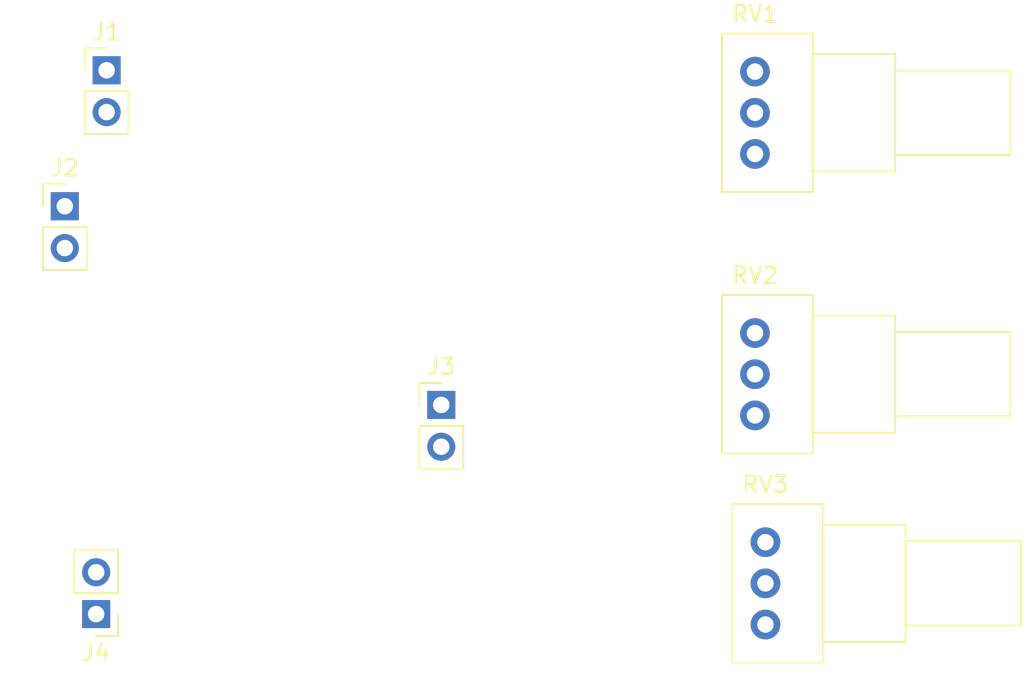
<source format=kicad_pcb>
(kicad_pcb (version 4) (host pcbnew 4.0.7)

  (general
    (links 12)
    (no_connects 12)
    (area 0 0 0 0)
    (thickness 1.6)
    (drawings 0)
    (tracks 0)
    (zones 0)
    (modules 7)
    (nets 6)
  )

  (page A4)
  (layers
    (0 F.Cu signal)
    (31 B.Cu signal)
    (32 B.Adhes user)
    (33 F.Adhes user)
    (34 B.Paste user)
    (35 F.Paste user)
    (36 B.SilkS user)
    (37 F.SilkS user)
    (38 B.Mask user)
    (39 F.Mask user)
    (40 Dwgs.User user)
    (41 Cmts.User user)
    (42 Eco1.User user)
    (43 Eco2.User user)
    (44 Edge.Cuts user)
    (45 Margin user)
    (46 B.CrtYd user)
    (47 F.CrtYd user)
    (48 B.Fab user)
    (49 F.Fab user)
  )

  (setup
    (last_trace_width 0.25)
    (trace_clearance 0.2)
    (zone_clearance 0.508)
    (zone_45_only no)
    (trace_min 0.2)
    (segment_width 0.2)
    (edge_width 0.15)
    (via_size 0.6)
    (via_drill 0.4)
    (via_min_size 0.4)
    (via_min_drill 0.3)
    (uvia_size 0.3)
    (uvia_drill 0.1)
    (uvias_allowed no)
    (uvia_min_size 0.2)
    (uvia_min_drill 0.1)
    (pcb_text_width 0.3)
    (pcb_text_size 1.5 1.5)
    (mod_edge_width 0.15)
    (mod_text_size 1 1)
    (mod_text_width 0.15)
    (pad_size 1.524 1.524)
    (pad_drill 0.762)
    (pad_to_mask_clearance 0.2)
    (aux_axis_origin 0 0)
    (visible_elements FFFFFF7F)
    (pcbplotparams
      (layerselection 0x00030_80000001)
      (usegerberextensions false)
      (excludeedgelayer true)
      (linewidth 0.100000)
      (plotframeref false)
      (viasonmask false)
      (mode 1)
      (useauxorigin false)
      (hpglpennumber 1)
      (hpglpenspeed 20)
      (hpglpendiameter 15)
      (hpglpenoverlay 2)
      (psnegative false)
      (psa4output false)
      (plotreference true)
      (plotvalue true)
      (plotinvisibletext false)
      (padsonsilk false)
      (subtractmaskfromsilk false)
      (outputformat 1)
      (mirror false)
      (drillshape 1)
      (scaleselection 1)
      (outputdirectory ""))
  )

  (net 0 "")
  (net 1 "Net-(J1-Pad1)")
  (net 2 "Net-(J2-Pad1)")
  (net 3 GND)
  (net 4 "Net-(J3-Pad1)")
  (net 5 "Net-(J4-Pad1)")

  (net_class Default "This is the default net class."
    (clearance 0.2)
    (trace_width 0.25)
    (via_dia 0.6)
    (via_drill 0.4)
    (uvia_dia 0.3)
    (uvia_drill 0.1)
    (add_net GND)
    (add_net "Net-(J1-Pad1)")
    (add_net "Net-(J2-Pad1)")
    (add_net "Net-(J3-Pad1)")
    (add_net "Net-(J4-Pad1)")
  )

  (module Pin_Headers:Pin_Header_Straight_1x02_Pitch2.54mm (layer F.Cu) (tedit 59650532) (tstamp 5B9E1BC3)
    (at 131.445 102.235)
    (descr "Through hole straight pin header, 1x02, 2.54mm pitch, single row")
    (tags "Through hole pin header THT 1x02 2.54mm single row")
    (path /5B9E1C48)
    (fp_text reference J1 (at 0 -2.33) (layer F.SilkS)
      (effects (font (size 1 1) (thickness 0.15)))
    )
    (fp_text value IN (at 0 4.87) (layer F.Fab)
      (effects (font (size 1 1) (thickness 0.15)))
    )
    (fp_line (start -0.635 -1.27) (end 1.27 -1.27) (layer F.Fab) (width 0.1))
    (fp_line (start 1.27 -1.27) (end 1.27 3.81) (layer F.Fab) (width 0.1))
    (fp_line (start 1.27 3.81) (end -1.27 3.81) (layer F.Fab) (width 0.1))
    (fp_line (start -1.27 3.81) (end -1.27 -0.635) (layer F.Fab) (width 0.1))
    (fp_line (start -1.27 -0.635) (end -0.635 -1.27) (layer F.Fab) (width 0.1))
    (fp_line (start -1.33 3.87) (end 1.33 3.87) (layer F.SilkS) (width 0.12))
    (fp_line (start -1.33 1.27) (end -1.33 3.87) (layer F.SilkS) (width 0.12))
    (fp_line (start 1.33 1.27) (end 1.33 3.87) (layer F.SilkS) (width 0.12))
    (fp_line (start -1.33 1.27) (end 1.33 1.27) (layer F.SilkS) (width 0.12))
    (fp_line (start -1.33 0) (end -1.33 -1.33) (layer F.SilkS) (width 0.12))
    (fp_line (start -1.33 -1.33) (end 0 -1.33) (layer F.SilkS) (width 0.12))
    (fp_line (start -1.8 -1.8) (end -1.8 4.35) (layer F.CrtYd) (width 0.05))
    (fp_line (start -1.8 4.35) (end 1.8 4.35) (layer F.CrtYd) (width 0.05))
    (fp_line (start 1.8 4.35) (end 1.8 -1.8) (layer F.CrtYd) (width 0.05))
    (fp_line (start 1.8 -1.8) (end -1.8 -1.8) (layer F.CrtYd) (width 0.05))
    (fp_text user %R (at 0 1.27 90) (layer F.Fab)
      (effects (font (size 1 1) (thickness 0.15)))
    )
    (pad 1 thru_hole rect (at 0 0) (size 1.7 1.7) (drill 1) (layers *.Cu *.Mask)
      (net 1 "Net-(J1-Pad1)"))
    (pad 2 thru_hole oval (at 0 2.54) (size 1.7 1.7) (drill 1) (layers *.Cu *.Mask)
      (net 3 GND))
    (model ${KISYS3DMOD}/Pin_Headers.3dshapes/Pin_Header_Straight_1x02_Pitch2.54mm.wrl
      (at (xyz 0 0 0))
      (scale (xyz 1 1 1))
      (rotate (xyz 0 0 0))
    )
  )

  (module Pin_Headers:Pin_Header_Straight_1x02_Pitch2.54mm (layer F.Cu) (tedit 59650532) (tstamp 5B9E1BC9)
    (at 128.905 110.49)
    (descr "Through hole straight pin header, 1x02, 2.54mm pitch, single row")
    (tags "Through hole pin header THT 1x02 2.54mm single row")
    (path /5B9E1C76)
    (fp_text reference J2 (at 0 -2.33) (layer F.SilkS)
      (effects (font (size 1 1) (thickness 0.15)))
    )
    (fp_text value OUT_AS_IS (at 0 4.87) (layer F.Fab)
      (effects (font (size 1 1) (thickness 0.15)))
    )
    (fp_line (start -0.635 -1.27) (end 1.27 -1.27) (layer F.Fab) (width 0.1))
    (fp_line (start 1.27 -1.27) (end 1.27 3.81) (layer F.Fab) (width 0.1))
    (fp_line (start 1.27 3.81) (end -1.27 3.81) (layer F.Fab) (width 0.1))
    (fp_line (start -1.27 3.81) (end -1.27 -0.635) (layer F.Fab) (width 0.1))
    (fp_line (start -1.27 -0.635) (end -0.635 -1.27) (layer F.Fab) (width 0.1))
    (fp_line (start -1.33 3.87) (end 1.33 3.87) (layer F.SilkS) (width 0.12))
    (fp_line (start -1.33 1.27) (end -1.33 3.87) (layer F.SilkS) (width 0.12))
    (fp_line (start 1.33 1.27) (end 1.33 3.87) (layer F.SilkS) (width 0.12))
    (fp_line (start -1.33 1.27) (end 1.33 1.27) (layer F.SilkS) (width 0.12))
    (fp_line (start -1.33 0) (end -1.33 -1.33) (layer F.SilkS) (width 0.12))
    (fp_line (start -1.33 -1.33) (end 0 -1.33) (layer F.SilkS) (width 0.12))
    (fp_line (start -1.8 -1.8) (end -1.8 4.35) (layer F.CrtYd) (width 0.05))
    (fp_line (start -1.8 4.35) (end 1.8 4.35) (layer F.CrtYd) (width 0.05))
    (fp_line (start 1.8 4.35) (end 1.8 -1.8) (layer F.CrtYd) (width 0.05))
    (fp_line (start 1.8 -1.8) (end -1.8 -1.8) (layer F.CrtYd) (width 0.05))
    (fp_text user %R (at 0 1.27 90) (layer F.Fab)
      (effects (font (size 1 1) (thickness 0.15)))
    )
    (pad 1 thru_hole rect (at 0 0) (size 1.7 1.7) (drill 1) (layers *.Cu *.Mask)
      (net 2 "Net-(J2-Pad1)"))
    (pad 2 thru_hole oval (at 0 2.54) (size 1.7 1.7) (drill 1) (layers *.Cu *.Mask)
      (net 3 GND))
    (model ${KISYS3DMOD}/Pin_Headers.3dshapes/Pin_Header_Straight_1x02_Pitch2.54mm.wrl
      (at (xyz 0 0 0))
      (scale (xyz 1 1 1))
      (rotate (xyz 0 0 0))
    )
  )

  (module Pin_Headers:Pin_Header_Straight_1x02_Pitch2.54mm (layer F.Cu) (tedit 59650532) (tstamp 5B9E1BCF)
    (at 151.765 122.555)
    (descr "Through hole straight pin header, 1x02, 2.54mm pitch, single row")
    (tags "Through hole pin header THT 1x02 2.54mm single row")
    (path /5B9E1CE2)
    (fp_text reference J3 (at 0 -2.33) (layer F.SilkS)
      (effects (font (size 1 1) (thickness 0.15)))
    )
    (fp_text value OUT_ROTATED (at 0 4.87) (layer F.Fab)
      (effects (font (size 1 1) (thickness 0.15)))
    )
    (fp_line (start -0.635 -1.27) (end 1.27 -1.27) (layer F.Fab) (width 0.1))
    (fp_line (start 1.27 -1.27) (end 1.27 3.81) (layer F.Fab) (width 0.1))
    (fp_line (start 1.27 3.81) (end -1.27 3.81) (layer F.Fab) (width 0.1))
    (fp_line (start -1.27 3.81) (end -1.27 -0.635) (layer F.Fab) (width 0.1))
    (fp_line (start -1.27 -0.635) (end -0.635 -1.27) (layer F.Fab) (width 0.1))
    (fp_line (start -1.33 3.87) (end 1.33 3.87) (layer F.SilkS) (width 0.12))
    (fp_line (start -1.33 1.27) (end -1.33 3.87) (layer F.SilkS) (width 0.12))
    (fp_line (start 1.33 1.27) (end 1.33 3.87) (layer F.SilkS) (width 0.12))
    (fp_line (start -1.33 1.27) (end 1.33 1.27) (layer F.SilkS) (width 0.12))
    (fp_line (start -1.33 0) (end -1.33 -1.33) (layer F.SilkS) (width 0.12))
    (fp_line (start -1.33 -1.33) (end 0 -1.33) (layer F.SilkS) (width 0.12))
    (fp_line (start -1.8 -1.8) (end -1.8 4.35) (layer F.CrtYd) (width 0.05))
    (fp_line (start -1.8 4.35) (end 1.8 4.35) (layer F.CrtYd) (width 0.05))
    (fp_line (start 1.8 4.35) (end 1.8 -1.8) (layer F.CrtYd) (width 0.05))
    (fp_line (start 1.8 -1.8) (end -1.8 -1.8) (layer F.CrtYd) (width 0.05))
    (fp_text user %R (at 0 1.27 90) (layer F.Fab)
      (effects (font (size 1 1) (thickness 0.15)))
    )
    (pad 1 thru_hole rect (at 0 0) (size 1.7 1.7) (drill 1) (layers *.Cu *.Mask)
      (net 4 "Net-(J3-Pad1)"))
    (pad 2 thru_hole oval (at 0 2.54) (size 1.7 1.7) (drill 1) (layers *.Cu *.Mask)
      (net 3 GND))
    (model ${KISYS3DMOD}/Pin_Headers.3dshapes/Pin_Header_Straight_1x02_Pitch2.54mm.wrl
      (at (xyz 0 0 0))
      (scale (xyz 1 1 1))
      (rotate (xyz 0 0 0))
    )
  )

  (module Pin_Headers:Pin_Header_Straight_1x02_Pitch2.54mm (layer F.Cu) (tedit 59650532) (tstamp 5B9E1BD5)
    (at 130.81 135.255 180)
    (descr "Through hole straight pin header, 1x02, 2.54mm pitch, single row")
    (tags "Through hole pin header THT 1x02 2.54mm single row")
    (path /5B9E1D08)
    (fp_text reference J4 (at 0 -2.33 180) (layer F.SilkS)
      (effects (font (size 1 1) (thickness 0.15)))
    )
    (fp_text value OUT_MIRRORED (at 0 4.87 180) (layer F.Fab)
      (effects (font (size 1 1) (thickness 0.15)))
    )
    (fp_line (start -0.635 -1.27) (end 1.27 -1.27) (layer F.Fab) (width 0.1))
    (fp_line (start 1.27 -1.27) (end 1.27 3.81) (layer F.Fab) (width 0.1))
    (fp_line (start 1.27 3.81) (end -1.27 3.81) (layer F.Fab) (width 0.1))
    (fp_line (start -1.27 3.81) (end -1.27 -0.635) (layer F.Fab) (width 0.1))
    (fp_line (start -1.27 -0.635) (end -0.635 -1.27) (layer F.Fab) (width 0.1))
    (fp_line (start -1.33 3.87) (end 1.33 3.87) (layer F.SilkS) (width 0.12))
    (fp_line (start -1.33 1.27) (end -1.33 3.87) (layer F.SilkS) (width 0.12))
    (fp_line (start 1.33 1.27) (end 1.33 3.87) (layer F.SilkS) (width 0.12))
    (fp_line (start -1.33 1.27) (end 1.33 1.27) (layer F.SilkS) (width 0.12))
    (fp_line (start -1.33 0) (end -1.33 -1.33) (layer F.SilkS) (width 0.12))
    (fp_line (start -1.33 -1.33) (end 0 -1.33) (layer F.SilkS) (width 0.12))
    (fp_line (start -1.8 -1.8) (end -1.8 4.35) (layer F.CrtYd) (width 0.05))
    (fp_line (start -1.8 4.35) (end 1.8 4.35) (layer F.CrtYd) (width 0.05))
    (fp_line (start 1.8 4.35) (end 1.8 -1.8) (layer F.CrtYd) (width 0.05))
    (fp_line (start 1.8 -1.8) (end -1.8 -1.8) (layer F.CrtYd) (width 0.05))
    (fp_text user %R (at 0 1.27 270) (layer F.Fab)
      (effects (font (size 1 1) (thickness 0.15)))
    )
    (pad 1 thru_hole rect (at 0 0 180) (size 1.7 1.7) (drill 1) (layers *.Cu *.Mask)
      (net 5 "Net-(J4-Pad1)"))
    (pad 2 thru_hole oval (at 0 2.54 180) (size 1.7 1.7) (drill 1) (layers *.Cu *.Mask)
      (net 3 GND))
    (model ${KISYS3DMOD}/Pin_Headers.3dshapes/Pin_Header_Straight_1x02_Pitch2.54mm.wrl
      (at (xyz 0 0 0))
      (scale (xyz 1 1 1))
      (rotate (xyz 0 0 0))
    )
  )

  (module Potentiometers:Potentiometer_Alps_RK09Y_Vertical (layer F.Cu) (tedit 58826B09) (tstamp 5B9E1BDC)
    (at 170.815 107.315)
    (descr "Potentiometer, vertically mounted, Omeg PC16PU, Omeg PC16PU, Omeg PC16PU, Vishay/Spectrol 248GJ/249GJ Single, Vishay/Spectrol 248GJ/249GJ Single, Vishay/Spectrol 248GJ/249GJ Single, Vishay/Spectrol 248GH/249GH Single, Vishay/Spectrol 148/149 Single, Vishay/Spectrol 148/149 Single, Vishay/Spectrol 148/149 Single, Vishay/Spectrol 148A/149A Single with mounting plates, Vishay/Spectrol 148/149 Double, Vishay/Spectrol 148A/149A Double with mounting plates, Piher PC-16 Single, Piher PC-16 Single, Piher PC-16 Single, Piher PC-16SV Single, Piher PC-16 Double, Piher PC-16 Triple, Piher T16H Single, Piher T16L Single, Piher T16H Double, Alps RK163 Single, Alps RK163 Double, Alps RK097 Single, Alps RK097 Double, Bourns PTV09A-2 Single with mounting sleve Single, Bourns PTV09A-1 with mounting sleve Single, Bourns PRS11S Single, Alps RK09K Single with mounting sleve Single, Alps RK09K with mounting sleve Single, Alps RK09L Single, Alps RK09L Single, Alps RK09L Double, Alps RK09L Double, Alps RK09Y Single, http://www.alps.com/prod/info/E/HTML/Potentiometer/RotaryPotentiometers/RK09Y11/RK09Y11L0001.html")
    (tags "Potentiometer vertical  Omeg PC16PU  Omeg PC16PU  Omeg PC16PU  Vishay/Spectrol 248GJ/249GJ Single  Vishay/Spectrol 248GJ/249GJ Single  Vishay/Spectrol 248GJ/249GJ Single  Vishay/Spectrol 248GH/249GH Single  Vishay/Spectrol 148/149 Single  Vishay/Spectrol 148/149 Single  Vishay/Spectrol 148/149 Single  Vishay/Spectrol 148A/149A Single with mounting plates  Vishay/Spectrol 148/149 Double  Vishay/Spectrol 148A/149A Double with mounting plates  Piher PC-16 Single  Piher PC-16 Single  Piher PC-16 Single  Piher PC-16SV Single  Piher PC-16 Double  Piher PC-16 Triple  Piher T16H Single  Piher T16L Single  Piher T16H Double  Alps RK163 Single  Alps RK163 Double  Alps RK097 Single  Alps RK097 Double  Bourns PTV09A-2 Single with mounting sleve Single  Bourns PTV09A-1 with mounting sleve Single  Bourns PRS11S Single  Alps RK09K Single with mounting sleve Single  Alps RK09K with mounting sleve Single  Alps RK09L Single  Alps RK09L Single  Alps RK09L Double  Alps RK09L Double  Alps RK09Y Single")
    (path /5B9E1B00)
    (fp_text reference RV1 (at 0 -8.5) (layer F.SilkS)
      (effects (font (size 1 1) (thickness 0.15)))
    )
    (fp_text value POT (at 0 3.5) (layer F.Fab)
      (effects (font (size 1 1) (thickness 0.15)))
    )
    (fp_line (start -1.95 -7.25) (end -1.95 2.25) (layer F.Fab) (width 0.1))
    (fp_line (start -1.95 2.25) (end 3.45 2.25) (layer F.Fab) (width 0.1))
    (fp_line (start 3.45 2.25) (end 3.45 -7.25) (layer F.Fab) (width 0.1))
    (fp_line (start 3.45 -7.25) (end -1.95 -7.25) (layer F.Fab) (width 0.1))
    (fp_line (start 3.45 -6) (end 3.45 1) (layer F.Fab) (width 0.1))
    (fp_line (start 3.45 1) (end 8.45 1) (layer F.Fab) (width 0.1))
    (fp_line (start 8.45 1) (end 8.45 -6) (layer F.Fab) (width 0.1))
    (fp_line (start 8.45 -6) (end 3.45 -6) (layer F.Fab) (width 0.1))
    (fp_line (start 8.45 -5) (end 8.45 0) (layer F.Fab) (width 0.1))
    (fp_line (start 8.45 0) (end 15.45 0) (layer F.Fab) (width 0.1))
    (fp_line (start 15.45 0) (end 15.45 -5) (layer F.Fab) (width 0.1))
    (fp_line (start 15.45 -5) (end 8.45 -5) (layer F.Fab) (width 0.1))
    (fp_line (start -2.011 -7.31) (end 3.51 -7.31) (layer F.SilkS) (width 0.12))
    (fp_line (start -2.011 2.31) (end 3.51 2.31) (layer F.SilkS) (width 0.12))
    (fp_line (start -2.011 -7.31) (end -2.011 2.31) (layer F.SilkS) (width 0.12))
    (fp_line (start 3.51 -7.31) (end 3.51 2.31) (layer F.SilkS) (width 0.12))
    (fp_line (start 3.51 -6.06) (end 8.51 -6.06) (layer F.SilkS) (width 0.12))
    (fp_line (start 3.51 1.06) (end 8.51 1.06) (layer F.SilkS) (width 0.12))
    (fp_line (start 3.51 -6.06) (end 3.51 1.06) (layer F.SilkS) (width 0.12))
    (fp_line (start 8.51 -6.06) (end 8.51 1.06) (layer F.SilkS) (width 0.12))
    (fp_line (start 8.51 -5.06) (end 15.51 -5.06) (layer F.SilkS) (width 0.12))
    (fp_line (start 8.51 0.06) (end 15.51 0.06) (layer F.SilkS) (width 0.12))
    (fp_line (start 8.51 -5.06) (end 8.51 0.06) (layer F.SilkS) (width 0.12))
    (fp_line (start 15.51 -5.06) (end 15.51 0.06) (layer F.SilkS) (width 0.12))
    (fp_line (start -2.2 -7.5) (end -2.2 2.5) (layer F.CrtYd) (width 0.05))
    (fp_line (start -2.2 2.5) (end 15.7 2.5) (layer F.CrtYd) (width 0.05))
    (fp_line (start 15.7 2.5) (end 15.7 -7.5) (layer F.CrtYd) (width 0.05))
    (fp_line (start 15.7 -7.5) (end -2.2 -7.5) (layer F.CrtYd) (width 0.05))
    (pad 3 thru_hole circle (at 0 -5) (size 1.8 1.8) (drill 1) (layers *.Cu *.Mask)
      (net 3 GND))
    (pad 2 thru_hole circle (at 0 -2.5) (size 1.8 1.8) (drill 1) (layers *.Cu *.Mask)
      (net 2 "Net-(J2-Pad1)"))
    (pad 1 thru_hole circle (at 0 0) (size 1.8 1.8) (drill 1) (layers *.Cu *.Mask)
      (net 1 "Net-(J1-Pad1)"))
    (model Potentiometers.3dshapes/Potentiometer_Alps_RK09Y_Vertical.wrl
      (at (xyz 0 0 0))
      (scale (xyz 0.393701 0.393701 0.393701))
      (rotate (xyz 0 0 0))
    )
  )

  (module Potentiometers:Potentiometer_Alps_RK09Y_Vertical (layer F.Cu) (tedit 58826B09) (tstamp 5B9E1BE3)
    (at 170.815 123.19)
    (descr "Potentiometer, vertically mounted, Omeg PC16PU, Omeg PC16PU, Omeg PC16PU, Vishay/Spectrol 248GJ/249GJ Single, Vishay/Spectrol 248GJ/249GJ Single, Vishay/Spectrol 248GJ/249GJ Single, Vishay/Spectrol 248GH/249GH Single, Vishay/Spectrol 148/149 Single, Vishay/Spectrol 148/149 Single, Vishay/Spectrol 148/149 Single, Vishay/Spectrol 148A/149A Single with mounting plates, Vishay/Spectrol 148/149 Double, Vishay/Spectrol 148A/149A Double with mounting plates, Piher PC-16 Single, Piher PC-16 Single, Piher PC-16 Single, Piher PC-16SV Single, Piher PC-16 Double, Piher PC-16 Triple, Piher T16H Single, Piher T16L Single, Piher T16H Double, Alps RK163 Single, Alps RK163 Double, Alps RK097 Single, Alps RK097 Double, Bourns PTV09A-2 Single with mounting sleve Single, Bourns PTV09A-1 with mounting sleve Single, Bourns PRS11S Single, Alps RK09K Single with mounting sleve Single, Alps RK09K with mounting sleve Single, Alps RK09L Single, Alps RK09L Single, Alps RK09L Double, Alps RK09L Double, Alps RK09Y Single, http://www.alps.com/prod/info/E/HTML/Potentiometer/RotaryPotentiometers/RK09Y11/RK09Y11L0001.html")
    (tags "Potentiometer vertical  Omeg PC16PU  Omeg PC16PU  Omeg PC16PU  Vishay/Spectrol 248GJ/249GJ Single  Vishay/Spectrol 248GJ/249GJ Single  Vishay/Spectrol 248GJ/249GJ Single  Vishay/Spectrol 248GH/249GH Single  Vishay/Spectrol 148/149 Single  Vishay/Spectrol 148/149 Single  Vishay/Spectrol 148/149 Single  Vishay/Spectrol 148A/149A Single with mounting plates  Vishay/Spectrol 148/149 Double  Vishay/Spectrol 148A/149A Double with mounting plates  Piher PC-16 Single  Piher PC-16 Single  Piher PC-16 Single  Piher PC-16SV Single  Piher PC-16 Double  Piher PC-16 Triple  Piher T16H Single  Piher T16L Single  Piher T16H Double  Alps RK163 Single  Alps RK163 Double  Alps RK097 Single  Alps RK097 Double  Bourns PTV09A-2 Single with mounting sleve Single  Bourns PTV09A-1 with mounting sleve Single  Bourns PRS11S Single  Alps RK09K Single with mounting sleve Single  Alps RK09K with mounting sleve Single  Alps RK09L Single  Alps RK09L Single  Alps RK09L Double  Alps RK09L Double  Alps RK09Y Single")
    (path /5B9E1B2A)
    (fp_text reference RV2 (at 0 -8.5) (layer F.SilkS)
      (effects (font (size 1 1) (thickness 0.15)))
    )
    (fp_text value POT (at 0 3.5) (layer F.Fab)
      (effects (font (size 1 1) (thickness 0.15)))
    )
    (fp_line (start -1.95 -7.25) (end -1.95 2.25) (layer F.Fab) (width 0.1))
    (fp_line (start -1.95 2.25) (end 3.45 2.25) (layer F.Fab) (width 0.1))
    (fp_line (start 3.45 2.25) (end 3.45 -7.25) (layer F.Fab) (width 0.1))
    (fp_line (start 3.45 -7.25) (end -1.95 -7.25) (layer F.Fab) (width 0.1))
    (fp_line (start 3.45 -6) (end 3.45 1) (layer F.Fab) (width 0.1))
    (fp_line (start 3.45 1) (end 8.45 1) (layer F.Fab) (width 0.1))
    (fp_line (start 8.45 1) (end 8.45 -6) (layer F.Fab) (width 0.1))
    (fp_line (start 8.45 -6) (end 3.45 -6) (layer F.Fab) (width 0.1))
    (fp_line (start 8.45 -5) (end 8.45 0) (layer F.Fab) (width 0.1))
    (fp_line (start 8.45 0) (end 15.45 0) (layer F.Fab) (width 0.1))
    (fp_line (start 15.45 0) (end 15.45 -5) (layer F.Fab) (width 0.1))
    (fp_line (start 15.45 -5) (end 8.45 -5) (layer F.Fab) (width 0.1))
    (fp_line (start -2.011 -7.31) (end 3.51 -7.31) (layer F.SilkS) (width 0.12))
    (fp_line (start -2.011 2.31) (end 3.51 2.31) (layer F.SilkS) (width 0.12))
    (fp_line (start -2.011 -7.31) (end -2.011 2.31) (layer F.SilkS) (width 0.12))
    (fp_line (start 3.51 -7.31) (end 3.51 2.31) (layer F.SilkS) (width 0.12))
    (fp_line (start 3.51 -6.06) (end 8.51 -6.06) (layer F.SilkS) (width 0.12))
    (fp_line (start 3.51 1.06) (end 8.51 1.06) (layer F.SilkS) (width 0.12))
    (fp_line (start 3.51 -6.06) (end 3.51 1.06) (layer F.SilkS) (width 0.12))
    (fp_line (start 8.51 -6.06) (end 8.51 1.06) (layer F.SilkS) (width 0.12))
    (fp_line (start 8.51 -5.06) (end 15.51 -5.06) (layer F.SilkS) (width 0.12))
    (fp_line (start 8.51 0.06) (end 15.51 0.06) (layer F.SilkS) (width 0.12))
    (fp_line (start 8.51 -5.06) (end 8.51 0.06) (layer F.SilkS) (width 0.12))
    (fp_line (start 15.51 -5.06) (end 15.51 0.06) (layer F.SilkS) (width 0.12))
    (fp_line (start -2.2 -7.5) (end -2.2 2.5) (layer F.CrtYd) (width 0.05))
    (fp_line (start -2.2 2.5) (end 15.7 2.5) (layer F.CrtYd) (width 0.05))
    (fp_line (start 15.7 2.5) (end 15.7 -7.5) (layer F.CrtYd) (width 0.05))
    (fp_line (start 15.7 -7.5) (end -2.2 -7.5) (layer F.CrtYd) (width 0.05))
    (pad 3 thru_hole circle (at 0 -5) (size 1.8 1.8) (drill 1) (layers *.Cu *.Mask)
      (net 1 "Net-(J1-Pad1)"))
    (pad 2 thru_hole circle (at 0 -2.5) (size 1.8 1.8) (drill 1) (layers *.Cu *.Mask)
      (net 4 "Net-(J3-Pad1)"))
    (pad 1 thru_hole circle (at 0 0) (size 1.8 1.8) (drill 1) (layers *.Cu *.Mask)
      (net 3 GND))
    (model Potentiometers.3dshapes/Potentiometer_Alps_RK09Y_Vertical.wrl
      (at (xyz 0 0 0))
      (scale (xyz 0.393701 0.393701 0.393701))
      (rotate (xyz 0 0 0))
    )
  )

  (module Potentiometers:Potentiometer_Alps_RK09Y_Vertical (layer F.Cu) (tedit 58826B09) (tstamp 5B9E1BEA)
    (at 171.45 135.89)
    (descr "Potentiometer, vertically mounted, Omeg PC16PU, Omeg PC16PU, Omeg PC16PU, Vishay/Spectrol 248GJ/249GJ Single, Vishay/Spectrol 248GJ/249GJ Single, Vishay/Spectrol 248GJ/249GJ Single, Vishay/Spectrol 248GH/249GH Single, Vishay/Spectrol 148/149 Single, Vishay/Spectrol 148/149 Single, Vishay/Spectrol 148/149 Single, Vishay/Spectrol 148A/149A Single with mounting plates, Vishay/Spectrol 148/149 Double, Vishay/Spectrol 148A/149A Double with mounting plates, Piher PC-16 Single, Piher PC-16 Single, Piher PC-16 Single, Piher PC-16SV Single, Piher PC-16 Double, Piher PC-16 Triple, Piher T16H Single, Piher T16L Single, Piher T16H Double, Alps RK163 Single, Alps RK163 Double, Alps RK097 Single, Alps RK097 Double, Bourns PTV09A-2 Single with mounting sleve Single, Bourns PTV09A-1 with mounting sleve Single, Bourns PRS11S Single, Alps RK09K Single with mounting sleve Single, Alps RK09K with mounting sleve Single, Alps RK09L Single, Alps RK09L Single, Alps RK09L Double, Alps RK09L Double, Alps RK09Y Single, http://www.alps.com/prod/info/E/HTML/Potentiometer/RotaryPotentiometers/RK09Y11/RK09Y11L0001.html")
    (tags "Potentiometer vertical  Omeg PC16PU  Omeg PC16PU  Omeg PC16PU  Vishay/Spectrol 248GJ/249GJ Single  Vishay/Spectrol 248GJ/249GJ Single  Vishay/Spectrol 248GJ/249GJ Single  Vishay/Spectrol 248GH/249GH Single  Vishay/Spectrol 148/149 Single  Vishay/Spectrol 148/149 Single  Vishay/Spectrol 148/149 Single  Vishay/Spectrol 148A/149A Single with mounting plates  Vishay/Spectrol 148/149 Double  Vishay/Spectrol 148A/149A Double with mounting plates  Piher PC-16 Single  Piher PC-16 Single  Piher PC-16 Single  Piher PC-16SV Single  Piher PC-16 Double  Piher PC-16 Triple  Piher T16H Single  Piher T16L Single  Piher T16H Double  Alps RK163 Single  Alps RK163 Double  Alps RK097 Single  Alps RK097 Double  Bourns PTV09A-2 Single with mounting sleve Single  Bourns PTV09A-1 with mounting sleve Single  Bourns PRS11S Single  Alps RK09K Single with mounting sleve Single  Alps RK09K with mounting sleve Single  Alps RK09L Single  Alps RK09L Single  Alps RK09L Double  Alps RK09L Double  Alps RK09Y Single")
    (path /5B9E1BEA)
    (fp_text reference RV3 (at 0 -8.5) (layer F.SilkS)
      (effects (font (size 1 1) (thickness 0.15)))
    )
    (fp_text value POT (at 0 3.5) (layer F.Fab)
      (effects (font (size 1 1) (thickness 0.15)))
    )
    (fp_line (start -1.95 -7.25) (end -1.95 2.25) (layer F.Fab) (width 0.1))
    (fp_line (start -1.95 2.25) (end 3.45 2.25) (layer F.Fab) (width 0.1))
    (fp_line (start 3.45 2.25) (end 3.45 -7.25) (layer F.Fab) (width 0.1))
    (fp_line (start 3.45 -7.25) (end -1.95 -7.25) (layer F.Fab) (width 0.1))
    (fp_line (start 3.45 -6) (end 3.45 1) (layer F.Fab) (width 0.1))
    (fp_line (start 3.45 1) (end 8.45 1) (layer F.Fab) (width 0.1))
    (fp_line (start 8.45 1) (end 8.45 -6) (layer F.Fab) (width 0.1))
    (fp_line (start 8.45 -6) (end 3.45 -6) (layer F.Fab) (width 0.1))
    (fp_line (start 8.45 -5) (end 8.45 0) (layer F.Fab) (width 0.1))
    (fp_line (start 8.45 0) (end 15.45 0) (layer F.Fab) (width 0.1))
    (fp_line (start 15.45 0) (end 15.45 -5) (layer F.Fab) (width 0.1))
    (fp_line (start 15.45 -5) (end 8.45 -5) (layer F.Fab) (width 0.1))
    (fp_line (start -2.011 -7.31) (end 3.51 -7.31) (layer F.SilkS) (width 0.12))
    (fp_line (start -2.011 2.31) (end 3.51 2.31) (layer F.SilkS) (width 0.12))
    (fp_line (start -2.011 -7.31) (end -2.011 2.31) (layer F.SilkS) (width 0.12))
    (fp_line (start 3.51 -7.31) (end 3.51 2.31) (layer F.SilkS) (width 0.12))
    (fp_line (start 3.51 -6.06) (end 8.51 -6.06) (layer F.SilkS) (width 0.12))
    (fp_line (start 3.51 1.06) (end 8.51 1.06) (layer F.SilkS) (width 0.12))
    (fp_line (start 3.51 -6.06) (end 3.51 1.06) (layer F.SilkS) (width 0.12))
    (fp_line (start 8.51 -6.06) (end 8.51 1.06) (layer F.SilkS) (width 0.12))
    (fp_line (start 8.51 -5.06) (end 15.51 -5.06) (layer F.SilkS) (width 0.12))
    (fp_line (start 8.51 0.06) (end 15.51 0.06) (layer F.SilkS) (width 0.12))
    (fp_line (start 8.51 -5.06) (end 8.51 0.06) (layer F.SilkS) (width 0.12))
    (fp_line (start 15.51 -5.06) (end 15.51 0.06) (layer F.SilkS) (width 0.12))
    (fp_line (start -2.2 -7.5) (end -2.2 2.5) (layer F.CrtYd) (width 0.05))
    (fp_line (start -2.2 2.5) (end 15.7 2.5) (layer F.CrtYd) (width 0.05))
    (fp_line (start 15.7 2.5) (end 15.7 -7.5) (layer F.CrtYd) (width 0.05))
    (fp_line (start 15.7 -7.5) (end -2.2 -7.5) (layer F.CrtYd) (width 0.05))
    (pad 3 thru_hole circle (at 0 -5) (size 1.8 1.8) (drill 1) (layers *.Cu *.Mask)
      (net 3 GND))
    (pad 2 thru_hole circle (at 0 -2.5) (size 1.8 1.8) (drill 1) (layers *.Cu *.Mask)
      (net 5 "Net-(J4-Pad1)"))
    (pad 1 thru_hole circle (at 0 0) (size 1.8 1.8) (drill 1) (layers *.Cu *.Mask)
      (net 1 "Net-(J1-Pad1)"))
    (model Potentiometers.3dshapes/Potentiometer_Alps_RK09Y_Vertical.wrl
      (at (xyz 0 0 0))
      (scale (xyz 0.393701 0.393701 0.393701))
      (rotate (xyz 0 0 0))
    )
  )

)

</source>
